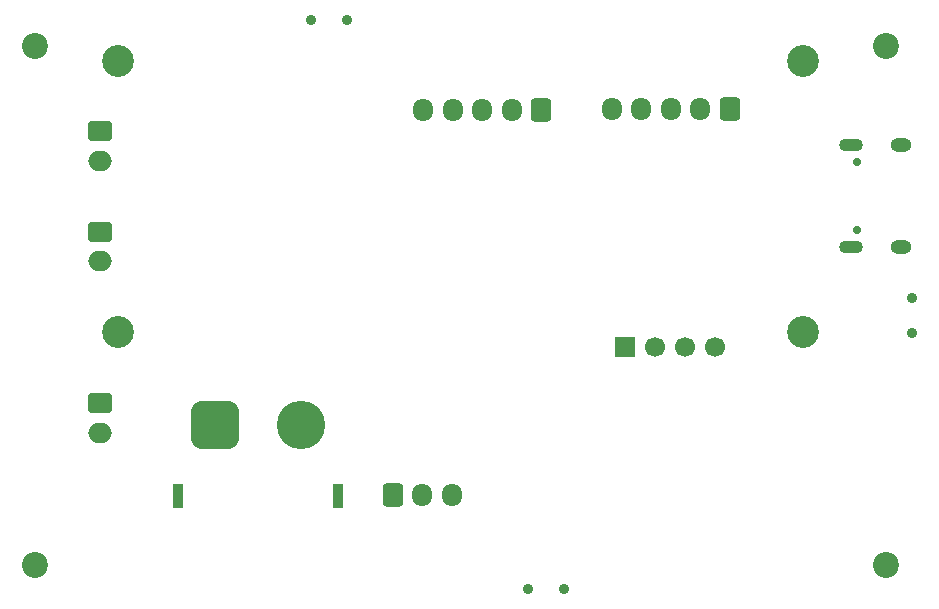
<source format=gbr>
%TF.GenerationSoftware,KiCad,Pcbnew,9.0.2*%
%TF.CreationDate,2025-12-02T02:07:46-05:00*%
%TF.ProjectId,VolleyBot,566f6c6c-6579-4426-9f74-2e6b69636164,rev?*%
%TF.SameCoordinates,Original*%
%TF.FileFunction,Soldermask,Bot*%
%TF.FilePolarity,Negative*%
%FSLAX46Y46*%
G04 Gerber Fmt 4.6, Leading zero omitted, Abs format (unit mm)*
G04 Created by KiCad (PCBNEW 9.0.2) date 2025-12-02 02:07:46*
%MOMM*%
%LPD*%
G01*
G04 APERTURE LIST*
G04 Aperture macros list*
%AMRoundRect*
0 Rectangle with rounded corners*
0 $1 Rounding radius*
0 $2 $3 $4 $5 $6 $7 $8 $9 X,Y pos of 4 corners*
0 Add a 4 corners polygon primitive as box body*
4,1,4,$2,$3,$4,$5,$6,$7,$8,$9,$2,$3,0*
0 Add four circle primitives for the rounded corners*
1,1,$1+$1,$2,$3*
1,1,$1+$1,$4,$5*
1,1,$1+$1,$6,$7*
1,1,$1+$1,$8,$9*
0 Add four rect primitives between the rounded corners*
20,1,$1+$1,$2,$3,$4,$5,0*
20,1,$1+$1,$4,$5,$6,$7,0*
20,1,$1+$1,$6,$7,$8,$9,0*
20,1,$1+$1,$8,$9,$2,$3,0*%
G04 Aperture macros list end*
%ADD10RoundRect,0.250000X-0.600000X-0.725000X0.600000X-0.725000X0.600000X0.725000X-0.600000X0.725000X0*%
%ADD11O,1.700000X1.950000*%
%ADD12R,1.700000X1.700000*%
%ADD13C,1.700000*%
%ADD14C,0.900000*%
%ADD15C,2.200000*%
%ADD16RoundRect,0.250000X0.600000X0.725000X-0.600000X0.725000X-0.600000X-0.725000X0.600000X-0.725000X0*%
%ADD17R,0.900000X2.000000*%
%ADD18RoundRect,1.025000X1.025000X1.025000X-1.025000X1.025000X-1.025000X-1.025000X1.025000X-1.025000X0*%
%ADD19C,4.100000*%
%ADD20RoundRect,0.250000X-0.750000X0.600000X-0.750000X-0.600000X0.750000X-0.600000X0.750000X0.600000X0*%
%ADD21O,2.000000X1.700000*%
%ADD22C,2.700000*%
%ADD23C,0.700000*%
%ADD24O,2.000000X1.100000*%
%ADD25O,1.800000X1.200000*%
G04 APERTURE END LIST*
D10*
%TO.C,J4*%
X107750000Y-106305000D03*
D11*
X110250000Y-106305000D03*
X112750000Y-106305000D03*
%TD*%
D12*
%TO.C,J1*%
X127460000Y-93750000D03*
D13*
X130000000Y-93750000D03*
X132540000Y-93750000D03*
X135080000Y-93750000D03*
%TD*%
D14*
%TO.C,SW2*%
X151710000Y-92600000D03*
X151710000Y-89600000D03*
%TD*%
D15*
%TO.C,H2*%
X77500000Y-112250000D03*
%TD*%
D16*
%TO.C,J8*%
X120350000Y-73650000D03*
D11*
X117850000Y-73650000D03*
X115350000Y-73650000D03*
X112850000Y-73650000D03*
X110350000Y-73650000D03*
%TD*%
D17*
%TO.C,J3*%
X103100000Y-106350000D03*
X89600000Y-106350000D03*
D18*
X92750000Y-100350000D03*
D19*
X99950000Y-100350000D03*
%TD*%
D15*
%TO.C,H3*%
X149500000Y-112250000D03*
%TD*%
D20*
%TO.C,J7*%
X82945000Y-98500000D03*
D21*
X82945000Y-101000000D03*
%TD*%
D15*
%TO.C,H4*%
X77500000Y-68250000D03*
%TD*%
D22*
%TO.C,H5*%
X84500000Y-69500000D03*
%TD*%
D16*
%TO.C,J2*%
X136300000Y-73645000D03*
D11*
X133800000Y-73645000D03*
X131300000Y-73645000D03*
X128800000Y-73645000D03*
X126300000Y-73645000D03*
%TD*%
D22*
%TO.C,H8*%
X84500000Y-92500000D03*
%TD*%
D14*
%TO.C,SW3*%
X119250000Y-114260000D03*
X122250000Y-114260000D03*
%TD*%
D20*
%TO.C,J6*%
X82945000Y-84000000D03*
D21*
X82945000Y-86500000D03*
%TD*%
D20*
%TO.C,J5*%
X82945000Y-75500000D03*
D21*
X82945000Y-78000000D03*
%TD*%
D15*
%TO.C,H1*%
X149500000Y-68250000D03*
%TD*%
D23*
%TO.C,USB2*%
X147080000Y-83890000D03*
X147080000Y-78110000D03*
D24*
X146550000Y-85320000D03*
D25*
X150760000Y-85320000D03*
D24*
X146550000Y-76680000D03*
D25*
X150760000Y-76680000D03*
%TD*%
D22*
%TO.C,H6*%
X142500000Y-69500000D03*
%TD*%
D14*
%TO.C,SW1*%
X103850000Y-66050000D03*
X100850000Y-66050000D03*
%TD*%
D22*
%TO.C,H7*%
X142500000Y-92500000D03*
%TD*%
M02*

</source>
